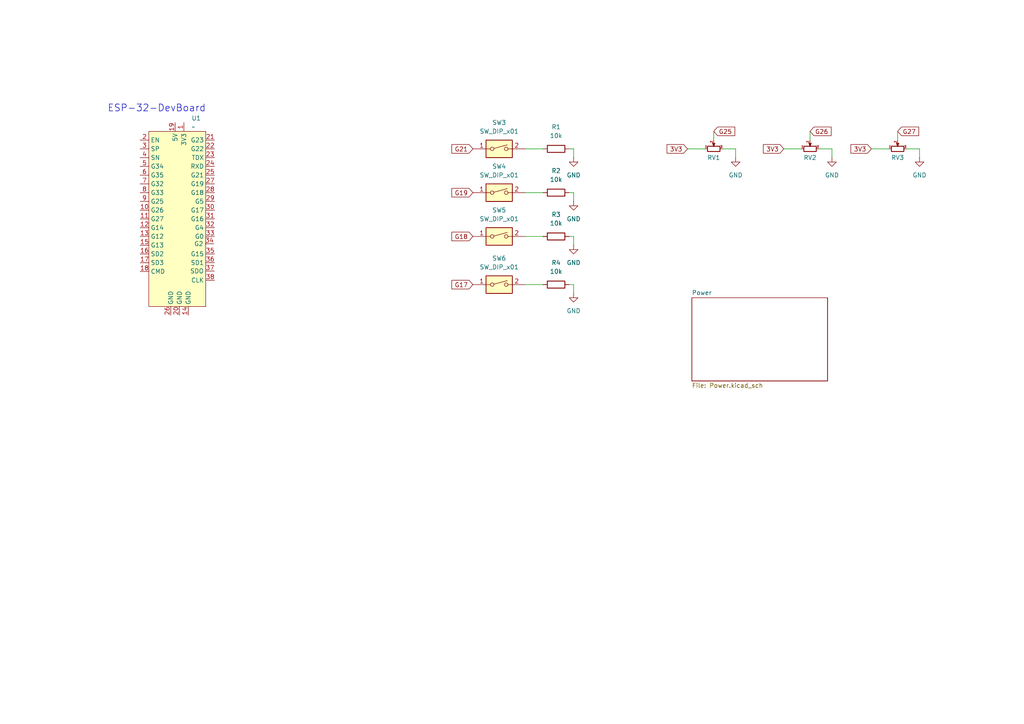
<source format=kicad_sch>
(kicad_sch (version 20250114) (generator "eeschema") (generator_version "9.0")
  (paper "A4")
  (lib_symbols
    (symbol "Amjad_Lib:ESP32_dev_Socke"
      (property "Reference" "U1" (at 3.4641 3.81 0))
      (property "Value" "~" (at 3.4641 1.27 0))
      (symbol "ESP32_dev_Socke_1_1"
        (rectangle (start -8.89 0) (end 7.62 -50.8) (fill (type background)))
        (pin input line (at -11.43 -2.54 0) (length 2.54) (name "EN") (number "2"))
        (pin input line (at -11.43 -5.08 0) (length 2.54) (name "SP") (number "3"))
        (pin input line (at -11.43 -7.62 0) (length 2.54) (name "SN") (number "4"))
        (pin input line (at -11.43 -10.16 0) (length 2.54) (name "G34") (number "5"))
        (pin input line (at -11.43 -12.7 0) (length 2.54) (name "G35") (number "6"))
        (pin input line (at -11.43 -15.24 0) (length 2.54) (name "G32") (number "7"))
        (pin input line (at -11.43 -17.78 0) (length 2.54) (name "G33") (number "8"))
        (pin input line (at -11.43 -20.32 0) (length 2.54) (name "G25") (number "9"))
        (pin input line (at -11.43 -22.86 0) (length 2.54) (name "G26") (number "10"))
        (pin input line (at -11.43 -25.4 0) (length 2.54) (name "G27") (number "11"))
        (pin input line (at -11.43 -27.94 0) (length 2.54) (name "G14") (number "12"))
        (pin input line (at -11.43 -30.48 0) (length 2.54) (name "G12") (number "13"))
        (pin input line (at -11.43 -33.02 0) (length 2.54) (name "G13") (number "15"))
        (pin input line (at -11.43 -35.56 0) (length 2.54) (name "SD2") (number "16"))
        (pin input line (at -11.43 -38.1 0) (length 2.54) (name "SD3") (number "17"))
        (pin input line (at -11.43 -40.64 0) (length 2.54) (name "CMD") (number "18"))
        (pin bidirectional line (at -2.54 -53.34 90) (length 2.54) (name "GND") (number "26"))
        (pin bidirectional line (at -1.27 2.54 270) (length 2.54) (name "5V") (number "19"))
        (pin bidirectional line (at 0 -53.34 90) (length 2.54) (name "GND") (number "20"))
        (pin input line (at 1.27 2.54 270) (length 2.54) (name "3V3") (number "1"))
        (pin output line (at 2.54 -53.34 90) (length 2.54) (name "GND") (number "14"))
        (pin bidirectional line (at 9.9616 -32.6171 180) (length 2.54) (name "G2") (number "34"))
        (pin bidirectional line (at 10.115 -40.5244 180) (length 2.54) (name "SDO") (number "37"))
        (pin bidirectional line (at 10.16 -2.54 180) (length 2.54) (name "G23") (number "21"))
        (pin bidirectional line (at 10.16 -5.08 180) (length 2.54) (name "G22") (number "22"))
        (pin bidirectional line (at 10.16 -7.62 180) (length 2.54) (name "TDX") (number "23"))
        (pin bidirectional line (at 10.16 -10.16 180) (length 2.54) (name "RXD") (number "24"))
        (pin bidirectional line (at 10.16 -12.7 180) (length 2.54) (name "G21") (number "25"))
        (pin bidirectional line (at 10.16 -15.24 180) (length 2.54) (name "G19") (number "27"))
        (pin bidirectional line (at 10.16 -17.78 180) (length 2.54) (name "G18") (number "28"))
        (pin bidirectional line (at 10.16 -20.32 180) (length 2.54) (name "G5") (number "29"))
        (pin bidirectional line (at 10.16 -22.86 180) (length 2.54) (name "G17") (number "30"))
        (pin bidirectional line (at 10.16 -25.4 180) (length 2.54) (name "G16") (number "31"))
        (pin bidirectional line (at 10.16 -27.94 180) (length 2.54) (name "G4") (number "32"))
        (pin bidirectional line (at 10.16 -30.48 180) (length 2.54) (name "G0") (number "33"))
        (pin bidirectional line (at 10.16 -35.56 180) (length 2.54) (name "G15") (number "35"))
        (pin bidirectional line (at 10.16 -38.1 180) (length 2.54) (name "SD1") (number "36"))
        (pin bidirectional line (at 10.16 -43.18 180) (length 2.54) (name "CLK") (number "38"))
      )
    )
    (symbol "Device:R" (pin_numbers (hide yes)) (pin_names (offset 0))
      (property "Reference" "R" (at 2.032 0 90))
      (property "Value" "R" (at 0 0 90))
      (symbol "R_0_1"
        (rectangle (start -1.016 -2.54) (end 1.016 2.54) (stroke (width 0.254)))
      )
      (symbol "R_1_1"
        (pin passive line (at 0 3.81 270) (length 1.27) (name "~") (number "1"))
        (pin passive line (at 0 -3.81 90) (length 1.27) (name "~") (number "2"))
      )
    )
    (symbol "Device:R_Potentiometer_Small" (pin_names (offset 1.016) (hide yes))
      (property "Reference" "RV" (at -4.445 0 90))
      (property "Value" "R_Potentiometer_Small" (at -2.54 0 90))
      (symbol "R_Potentiometer_Small_0_1"
        (rectangle (start 0.762 1.8034) (end -0.762 -1.8034) (stroke (width 0.254)))
        (polyline (pts (xy 0.889 0) (xy 0.635 0) (xy 1.651 0.381) (xy 1.651 -0.381) (xy 0.635 0) (xy 0.889 0)) (fill (type outline)))
      )
      (symbol "R_Potentiometer_Small_1_1"
        (pin passive line (at 0 2.54 270) (length 0.635) (name "1") (number "1"))
        (pin passive line (at 0 -2.54 90) (length 0.635) (name "3") (number "3"))
        (pin passive line (at 2.54 0 180) (length 0.9906) (name "2") (number "2"))
      )
    )
    (symbol "Switch:SW_DIP_x01" (pin_names (offset 0) (hide yes))
      (property "Reference" "SW" (at 0 3.81 0))
      (property "Value" "SW_DIP_x01" (at 0 -4.572 0))
      (symbol "SW_DIP_x01_0_0"
        (circle (center -2.032 0) (radius 0.508))
        (polyline (pts (xy -1.524 0.127) (xy 2.3622 1.1684)))
        (circle (center 2.032 0) (radius 0.508))
      )
      (symbol "SW_DIP_x01_0_1"
        (rectangle (start -3.81 2.54) (end 3.81 -2.54) (stroke (width 0.254)) (fill (type background)))
      )
      (symbol "SW_DIP_x01_1_1"
        (pin passive line (at -7.62 0 0) (length 5.08) (name "~") (number "1"))
        (pin passive line (at 7.62 0 180) (length 5.08) (name "~") (number "2"))
      )
    )
    (symbol "power:GND" (power) (pin_numbers (hide yes)) (pin_names (offset 0) (hide yes))
      (property "Value" "GND" (at 0 -3.81 0))
      (symbol "GND_0_1"
        (polyline (pts (xy 0 0) (xy 0 -1.27) (xy 1.27 -1.27) (xy 0 -2.54) (xy -1.27 -1.27) (xy 0 -1.27)))
      )
      (symbol "GND_1_1"
        (pin power_in line (at 0 0 270) (length 0) (name "~") (number "1"))
      )
    )
  )
  (text "ESP-32-DevBoard" (at 45.466 31.496 0) (effects (font (size 2 2))))
  (wire (pts (xy 234.95 38.1) (xy 234.95 40.64)))
  (wire (pts (xy 166.37 71.12) (xy 166.37 68.58)))
  (wire (pts (xy 166.37 58.42) (xy 166.37 55.88)))
  (wire (pts (xy 262.89 43.18) (xy 266.7 43.18)))
  (wire (pts (xy 152.4 43.18) (xy 157.48 43.18)))
  (wire (pts (xy 166.37 55.88) (xy 165.1 55.88)))
  (wire (pts (xy 237.49 43.18) (xy 241.3 43.18)))
  (wire (pts (xy 166.37 43.18) (xy 165.1 43.18)))
  (wire (pts (xy 209.55 43.18) (xy 213.36 43.18)))
  (wire (pts (xy 166.37 68.58) (xy 165.1 68.58)))
  (wire (pts (xy 152.4 68.58) (xy 157.48 68.58)))
  (wire (pts (xy 241.3 43.18) (xy 241.3 45.72)))
  (wire (pts (xy 152.4 55.88) (xy 157.48 55.88)))
  (wire (pts (xy 152.4 82.55) (xy 157.48 82.55)))
  (wire (pts (xy 166.37 85.09) (xy 166.37 82.55)))
  (wire (pts (xy 266.7 43.18) (xy 266.7 45.72)))
  (wire (pts (xy 207.01 38.1) (xy 207.01 40.64)))
  (wire (pts (xy 166.37 82.55) (xy 165.1 82.55)))
  (wire (pts (xy 199.39 43.18) (xy 204.47 43.18)))
  (wire (pts (xy 260.35 38.1) (xy 260.35 40.64)))
  (wire (pts (xy 227.33 43.18) (xy 232.41 43.18)))
  (wire (pts (xy 166.37 45.72) (xy 166.37 43.18)))
  (wire (pts (xy 252.73 43.18) (xy 257.81 43.18)))
  (wire (pts (xy 213.36 43.18) (xy 213.36 45.72)))
  (global_label "G27" (shape input) (at 260.35 38.1 0) (property "Intersheetrefs" "${INTERSHEET_REFS}" (effects (hide yes))))
  (global_label "G18" (shape input) (at 137.16 68.58 180) (property "Intersheetrefs" "${INTERSHEET_REFS}" (effects (hide yes))))
  (global_label "G26" (shape input) (at 234.95 38.1 0) (property "Intersheetrefs" "${INTERSHEET_REFS}" (effects (hide yes))))
  (global_label "G17" (shape input) (at 137.16 82.55 180) (property "Intersheetrefs" "${INTERSHEET_REFS}" (effects (hide yes))))
  (global_label "3V3" (shape input) (at 227.33 43.18 180) (property "Intersheetrefs" "${INTERSHEET_REFS}" (effects (hide yes))))
  (global_label "G25" (shape input) (at 207.01 38.1 0) (property "Intersheetrefs" "${INTERSHEET_REFS}" (effects (hide yes))))
  (global_label "3V3" (shape input) (at 252.73 43.18 180) (property "Intersheetrefs" "${INTERSHEET_REFS}" (effects (hide yes))))
  (global_label "G19" (shape input) (at 137.16 55.88 180) (property "Intersheetrefs" "${INTERSHEET_REFS}" (effects (hide yes))))
  (global_label "G21" (shape input) (at 137.16 43.18 180) (property "Intersheetrefs" "${INTERSHEET_REFS}" (effects (hide yes))))
  (global_label "3V3" (shape input) (at 199.39 43.18 180) (property "Intersheetrefs" "${INTERSHEET_REFS}" (effects (hide yes))))
  (symbol (lib_id "power:GND") (at 166.37 58.42 0) (unit 1)
    (property "Reference" "#PWR02" (effects (hide yes)))
    (property "Value" "GND" (at 166.37 63.5 0))
    (property "Description" "Power symbol creates a global label with name \"GND\" , ground" (effects (hide yes)))
  )
  (symbol (lib_id "Device:R_Potentiometer_Small") (at 207.01 43.18 90) (unit 1)
    (property "Reference" "RV1" (at 207.01 45.72 90))
    (property "Value" "R_Potentiometer_Small" (effects (hide yes)))
    (property "Footprint" "Potentiometer_THT:Potentiometer_Alps_RK09K_Single_Vertical" (effects (hide yes)))
    (property "Description" "Potentiometer" (effects (hide yes)))
  )
  (symbol (lib_id "power:GND") (at 166.37 71.12 0) (unit 1)
    (property "Reference" "#PWR03" (effects (hide yes)))
    (property "Value" "GND" (at 166.37 76.2 0))
    (property "Description" "Power symbol creates a global label with name \"GND\" , ground" (effects (hide yes)))
  )
  (symbol (lib_id "Switch:SW_DIP_x01") (at 144.78 55.88 0) (unit 1)
    (property "Reference" "SW4" (at 144.78 48.26 0))
    (property "Value" "SW_DIP_x01" (at 144.78 50.8 0))
    (property "Footprint" "Button_Switch_SMD:SW_Push_1P1T_XKB_TS-1187A" (effects (hide yes)))
    (property "Description" "1x DIP Switch, Single Pole Single Throw (SPST) switch, small symbol" (effects (hide yes)))
  )
  (symbol (lib_id "power:GND") (at 266.7 45.72 0) (unit 1)
    (property "Reference" "#PWR07" (effects (hide yes)))
    (property "Value" "GND" (at 266.7 50.8 0))
    (property "Description" "Power symbol creates a global label with name \"GND\" , ground" (effects (hide yes)))
  )
  (symbol (lib_id "Device:R") (at 161.29 43.18 90) (unit 1)
    (property "Reference" "R1" (at 161.29 36.83 90))
    (property "Value" "10k" (at 161.29 39.37 90))
    (property "Footprint" "Resistor_SMD:R_1206_3216Metric" (effects (hide yes)))
    (property "Description" "Resistor" (effects (hide yes)))
  )
  (symbol (lib_id "Amjad_Lib:ESP32_dev_Socke") (at 52.07 38.1 0) (unit 1)
    (property "Reference" "U1" (at 55.5341 34.29 0) (effects (justify left)))
    (property "Value" "~" (at 55.5341 36.83 0) (effects (justify left)))
    (property "Footprint" "Library_Amjad:ESP_32_socket" (effects (hide yes)))
  )
  (symbol (lib_id "power:GND") (at 213.36 45.72 0) (unit 1)
    (property "Reference" "#PWR05" (effects (hide yes)))
    (property "Value" "GND" (at 213.36 50.8 0))
    (property "Description" "Power symbol creates a global label with name \"GND\" , ground" (effects (hide yes)))
  )
  (symbol (lib_id "power:GND") (at 241.3 45.72 0) (unit 1)
    (property "Reference" "#PWR06" (effects (hide yes)))
    (property "Value" "GND" (at 241.3 50.8 0))
    (property "Description" "Power symbol creates a global label with name \"GND\" , ground" (effects (hide yes)))
  )
  (symbol (lib_id "Device:R") (at 161.29 82.55 90) (unit 1)
    (property "Reference" "R4" (at 161.29 76.2 90))
    (property "Value" "10k" (at 161.29 78.74 90))
    (property "Footprint" "Resistor_SMD:R_1206_3216Metric" (effects (hide yes)))
    (property "Description" "Resistor" (effects (hide yes)))
  )
  (symbol (lib_id "Device:R") (at 161.29 68.58 90) (unit 1)
    (property "Reference" "R3" (at 161.29 62.23 90))
    (property "Value" "10k" (at 161.29 64.77 90))
    (property "Footprint" "Resistor_SMD:R_1206_3216Metric" (effects (hide yes)))
    (property "Description" "Resistor" (effects (hide yes)))
  )
  (symbol (lib_id "power:GND") (at 166.37 45.72 0) (unit 1)
    (property "Reference" "#PWR01" (effects (hide yes)))
    (property "Value" "GND" (at 166.37 50.8 0))
    (property "Description" "Power symbol creates a global label with name \"GND\" , ground" (effects (hide yes)))
  )
  (symbol (lib_id "power:GND") (at 166.37 85.09 0) (unit 1)
    (property "Reference" "#PWR04" (effects (hide yes)))
    (property "Value" "GND" (at 166.37 90.17 0))
    (property "Description" "Power symbol creates a global label with name \"GND\" , ground" (effects (hide yes)))
  )
  (symbol (lib_id "Switch:SW_DIP_x01") (at 144.78 68.58 0) (unit 1)
    (property "Reference" "SW5" (at 144.78 60.96 0))
    (property "Value" "SW_DIP_x01" (at 144.78 63.5 0))
    (property "Footprint" "Button_Switch_SMD:SW_Push_1P1T_XKB_TS-1187A" (effects (hide yes)))
    (property "Description" "1x DIP Switch, Single Pole Single Throw (SPST) switch, small symbol" (effects (hide yes)))
  )
  (symbol (lib_id "Switch:SW_DIP_x01") (at 144.78 82.55 0) (unit 1)
    (property "Reference" "SW6" (at 144.78 74.93 0))
    (property "Value" "SW_DIP_x01" (at 144.78 77.47 0))
    (property "Footprint" "Button_Switch_SMD:SW_Push_1P1T_XKB_TS-1187A" (effects (hide yes)))
    (property "Description" "1x DIP Switch, Single Pole Single Throw (SPST) switch, small symbol" (effects (hide yes)))
  )
  (symbol (lib_id "Device:R") (at 161.29 55.88 90) (unit 1)
    (property "Reference" "R2" (at 161.29 49.53 90))
    (property "Value" "10k" (at 161.29 52.07 90))
    (property "Footprint" "Resistor_SMD:R_1206_3216Metric" (effects (hide yes)))
    (property "Description" "Resistor" (effects (hide yes)))
  )
  (symbol (lib_id "Switch:SW_DIP_x01") (at 144.78 43.18 0) (unit 1)
    (property "Reference" "SW3" (at 144.78 35.56 0))
    (property "Value" "SW_DIP_x01" (at 144.78 38.1 0))
    (property "Footprint" "Button_Switch_SMD:SW_Push_1P1T_XKB_TS-1187A" (effects (hide yes)))
    (property "Description" "1x DIP Switch, Single Pole Single Throw (SPST) switch, small symbol" (effects (hide yes)))
  )
  (symbol (lib_id "Device:R_Potentiometer_Small") (at 234.95 43.18 90) (unit 1)
    (property "Reference" "RV2" (at 234.95 45.72 90))
    (property "Value" "R_Potentiometer_Small" (effects (hide yes)))
    (property "Footprint" "Potentiometer_THT:Potentiometer_Alps_RK09K_Single_Vertical" (effects (hide yes)))
    (property "Description" "Potentiometer" (effects (hide yes)))
  )
  (symbol (lib_id "Device:R_Potentiometer_Small") (at 260.35 43.18 90) (unit 1)
    (property "Reference" "RV3" (at 260.35 45.72 90))
    (property "Value" "R_Potentiometer_Small" (effects (hide yes)))
    (property "Footprint" "Potentiometer_THT:Potentiometer_Alps_RK09K_Single_Vertical" (effects (hide yes)))
    (property "Description" "Potentiometer" (effects (hide yes)))
  )
  (sheet (at 200.66 86.36) (size 39.37 24.13) (stroke (width 0.1524))
    (property "Sheetname" "Power" (at 200.66 85.6484 0) (effects (justify left bottom)))
    (property "Sheetfile" "Power.kicad_sch" (at 200.66 111.0746 0) (effects (justify left top)))
  )
)
</source>
